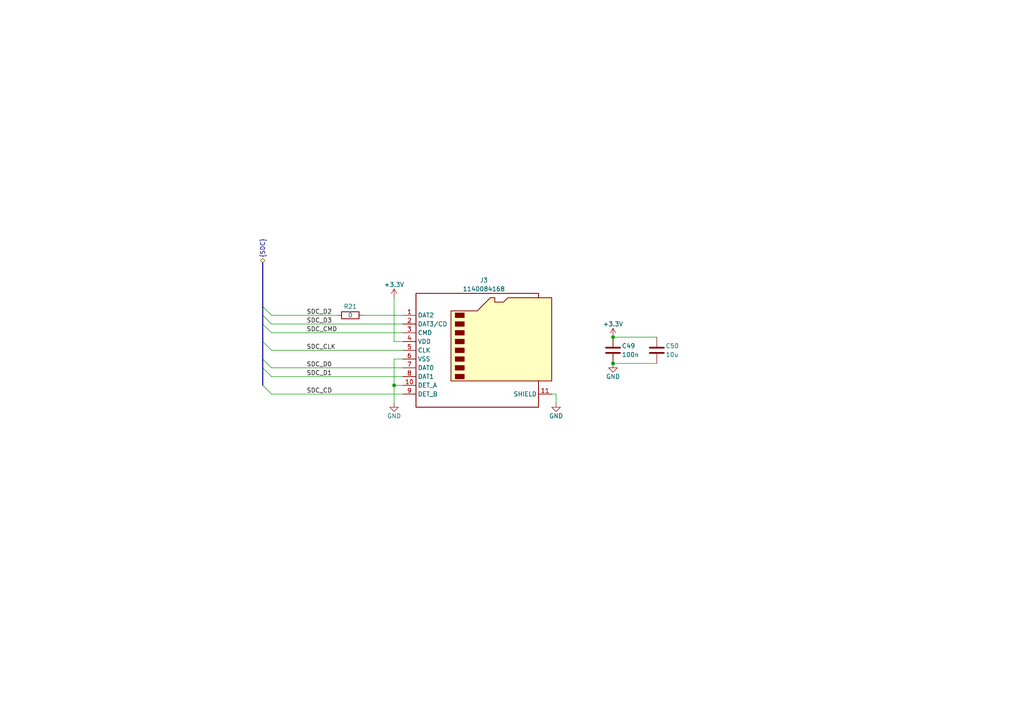
<source format=kicad_sch>
(kicad_sch (version 20230121) (generator eeschema)
  (paper "A4")
  (title_block (title "Heterogeneous radar, RGB, and ToF sensor board") (date "2023-04-25") (rev "1.3") (company "Center for Project-Based Learning") (comment 1 "Zoltán Marcsek"))
  (lib_symbols
    (symbol "Connector:Micro_SD_Card_Det2"
      (property "Reference" "J" (at -16.51 17.78 0))
      (property "Value" "Micro_SD_Card_Det2" (at 16.51 17.78 0))
      (symbol "Micro_SD_Card_Det2_0_1"
        (rectangle (start -7.62 -6.985) (end -5.08 -8.255) (stroke (width 0.254)) (fill (type outline)))
        (rectangle (start -7.62 -4.445) (end -5.08 -5.715) (stroke (width 0.254)) (fill (type outline)))
        (rectangle (start -7.62 -1.905) (end -5.08 -3.175) (stroke (width 0.254)) (fill (type outline)))
        (rectangle (start -7.62 0.635) (end -5.08 -0.635) (stroke (width 0.254)) (fill (type outline)))
        (rectangle (start -7.62 3.175) (end -5.08 1.905) (stroke (width 0.254)) (fill (type outline)))
        (rectangle (start -7.62 5.715) (end -5.08 4.445) (stroke (width 0.254)) (fill (type outline)))
        (rectangle (start -7.62 8.255) (end -5.08 6.985) (stroke (width 0.254)) (fill (type outline)))
        (rectangle (start -7.62 10.795) (end -5.08 9.525) (stroke (width 0.254)) (fill (type outline)))
        (polyline (pts (xy 16.51 15.24) (xy 16.51 16.51) (xy -19.05 16.51) (xy -19.05 -16.51) (xy 16.51 -16.51) (xy 16.51 -8.89)) (stroke (width 0.254)))
        (polyline (pts (xy -8.89 -8.89) (xy -8.89 11.43) (xy -1.27 11.43) (xy 2.54 15.24) (xy 3.81 15.24) (xy 3.81 13.97) (xy 6.35 13.97) (xy 7.62 15.24) (xy 20.32 15.24) (xy 20.32 -8.89) (xy -8.89 -8.89)) (stroke (width 0.254)) (fill (type background)))
      )
      (symbol "Micro_SD_Card_Det2_1_1"
        (pin bidirectional line (at -22.86 10.16 0) (length 3.81) (name "DAT2") (number "1"))
        (pin passive line (at -22.86 -10.16 0) (length 3.81) (name "DET_A") (number "10"))
        (pin passive line (at 20.32 -12.7 180) (length 3.81) (name "SHIELD") (number "11"))
        (pin bidirectional line (at -22.86 7.62 0) (length 3.81) (name "DAT3/CD") (number "2"))
        (pin input line (at -22.86 5.08 0) (length 3.81) (name "CMD") (number "3"))
        (pin power_in line (at -22.86 2.54 0) (length 3.81) (name "VDD") (number "4"))
        (pin input line (at -22.86 0 0) (length 3.81) (name "CLK") (number "5"))
        (pin power_in line (at -22.86 -2.54 0) (length 3.81) (name "VSS") (number "6"))
        (pin bidirectional line (at -22.86 -5.08 0) (length 3.81) (name "DAT0") (number "7"))
        (pin bidirectional line (at -22.86 -7.62 0) (length 3.81) (name "DAT1") (number "8"))
        (pin passive line (at -22.86 -12.7 0) (length 3.81) (name "DET_B") (number "9"))
      )
    )
    (symbol "Device:C" (pin_numbers hide) (pin_names (offset 0.254))
      (property "Reference" "C" (at 0.635 2.54 0))
      (property "Value" "C" (at 0.635 -2.54 0))
      (symbol "C_0_1"
        (polyline (pts (xy -2.032 -0.762) (xy 2.032 -0.762)) (stroke (width 0.508)))
        (polyline (pts (xy -2.032 0.762) (xy 2.032 0.762)) (stroke (width 0.508)))
      )
      (symbol "C_1_1"
        (pin passive line (at 0 3.81 270) (length 2.794) (name "~") (number "1"))
        (pin passive line (at 0 -3.81 90) (length 2.794) (name "~") (number "2"))
      )
    )
    (symbol "Device:R" (pin_numbers hide) (pin_names (offset 0))
      (property "Reference" "R" (at 2.032 0 90))
      (property "Value" "R" (at 0 0 90))
      (symbol "R_0_1"
        (rectangle (start -1.016 -2.54) (end 1.016 2.54) (stroke (width 0.254)))
      )
      (symbol "R_1_1"
        (pin passive line (at 0 3.81 270) (length 1.27) (name "~") (number "1"))
        (pin passive line (at 0 -3.81 90) (length 1.27) (name "~") (number "2"))
      )
    )
    (symbol "power:+3.3V" (power) (pin_names (offset 0))
      (property "Value" "+3.3V" (at 0 3.556 0))
      (symbol "+3.3V_0_1"
        (polyline (pts (xy -0.762 1.27) (xy 0 2.54)))
        (polyline (pts (xy 0 0) (xy 0 2.54)))
        (polyline (pts (xy 0 2.54) (xy 0.762 1.27)))
      )
      (symbol "+3.3V_1_1"
        (pin power_in line (at 0 0 90) (length 0) hide (name "+3.3V") (number "1"))
      )
    )
    (symbol "power:GND" (power) (pin_names (offset 0))
      (property "Value" "GND" (at 0 -3.81 0))
      (symbol "GND_0_1"
        (polyline (pts (xy 0 0) (xy 0 -1.27) (xy 1.27 -1.27) (xy 0 -2.54) (xy -1.27 -1.27) (xy 0 -1.27)))
      )
      (symbol "GND_1_1"
        (pin power_in line (at 0 0 270) (length 0) hide (name "GND") (number "1"))
      )
    )
  )
  (junction (at 114.3 111.76))
  (junction (at 177.8 105.41))
  (junction (at 177.8 97.79))
  (bus_entry (at 76.2 91.44) (size 2.54 2.54))
  (bus_entry (at 76.2 99.06) (size 2.54 2.54))
  (bus_entry (at 76.2 104.14) (size 2.54 2.54))
  (bus_entry (at 76.2 111.76) (size 2.54 2.54))
  (bus_entry (at 76.2 93.98) (size 2.54 2.54))
  (bus_entry (at 76.2 88.9) (size 2.54 2.54))
  (bus_entry (at 76.2 106.68) (size 2.54 2.54))
  (wire (pts (xy 78.74 93.98) (xy 116.84 93.98)))
  (bus (pts (xy 76.2 91.44) (xy 76.2 93.98)))
  (bus (pts (xy 76.2 106.68) (xy 76.2 111.76)))
  (wire (pts (xy 114.3 104.14) (xy 116.84 104.14)))
  (bus (pts (xy 76.2 88.9) (xy 76.2 91.44)))
  (bus (pts (xy 76.2 104.14) (xy 76.2 106.68)))
  (wire (pts (xy 78.74 106.68) (xy 116.84 106.68)))
  (wire (pts (xy 114.3 86.36) (xy 114.3 99.06)))
  (bus (pts (xy 76.2 93.98) (xy 76.2 99.06)))
  (wire (pts (xy 105.41 91.44) (xy 116.84 91.44)))
  (wire (pts (xy 78.74 109.22) (xy 116.84 109.22)))
  (wire (pts (xy 114.3 99.06) (xy 116.84 99.06)))
  (wire (pts (xy 161.29 114.3) (xy 160.02 114.3)))
  (wire (pts (xy 78.74 96.52) (xy 116.84 96.52)))
  (wire (pts (xy 78.74 91.44) (xy 97.79 91.44)))
  (wire (pts (xy 114.3 111.76) (xy 114.3 116.84)))
  (wire (pts (xy 78.74 101.6) (xy 116.84 101.6)))
  (bus (pts (xy 76.2 99.06) (xy 76.2 104.14)))
  (wire (pts (xy 114.3 111.76) (xy 116.84 111.76)))
  (wire (pts (xy 177.8 97.79) (xy 190.5 97.79)))
  (bus (pts (xy 76.2 76.2) (xy 76.2 88.9)))
  (wire (pts (xy 78.74 114.3) (xy 116.84 114.3)))
  (wire (pts (xy 114.3 104.14) (xy 114.3 111.76)))
  (wire (pts (xy 161.29 116.84) (xy 161.29 114.3)))
  (wire (pts (xy 177.8 105.41) (xy 190.5 105.41)))
  (label "SDC_CLK" (at 88.9 101.6 0))
  (label "SDC_CMD" (at 88.9 96.52 0))
  (label "SDC_D2" (at 88.9 91.44 0))
  (label "SDC_D1" (at 88.9 109.22 0))
  (label "SDC_D0" (at 88.9 106.68 0))
  (label "SDC_D3" (at 88.9 93.98 0))
  (label "SDC_CD" (at 88.9 114.3 0))
  (hierarchical_label "{SDC}" (shape bidirectional) (at 76.2 76.2 90))
  (symbol (lib_id "power:+3.3V") (at 114.3 86.36 0) (unit 1)
    (property "Reference" "#PWR0114" (effects hide))
    (property "Value" "+3.3V" (at 114.3 82.55 0))
  )
  (symbol (lib_id "power:GND") (at 161.29 116.84 0) (unit 1)
    (property "Reference" "#PWR0118" (effects hide))
    (property "Value" "GND" (at 161.29 120.65 0))
  )
  (symbol (lib_id "Device:C") (at 190.5 101.6 0) (unit 1)
    (property "Reference" "C50" (at 193.04 100.33 0) (effects (justify left)))
    (property "Value" "10u" (at 193.04 102.87 0) (effects (justify left)))
    (property "Footprint" "Capacitor_SMD:C_0603_1608Metric" (effects hide))
  )
  (symbol (lib_id "power:GND") (at 114.3 116.84 0) (unit 1)
    (property "Reference" "#PWR0117" (effects hide))
    (property "Value" "GND" (at 114.3 120.65 0))
  )
  (symbol (lib_id "Device:R") (at 101.6 91.44 90) (unit 1)
    (property "Reference" "R21" (at 101.6 88.9 90))
    (property "Value" "0" (at 101.6 91.44 90))
    (property "Footprint" "Resistor_SMD:R_0603_1608Metric" (effects hide))
  )
  (symbol (lib_id "power:GND") (at 177.8 105.41 0) (unit 1)
    (property "Reference" "#PWR0116" (effects hide))
    (property "Value" "GND" (at 177.8 109.22 0))
  )
  (symbol (lib_id "Device:C") (at 177.8 101.6 0) (unit 1)
    (property "Reference" "C49" (at 180.34 100.33 0) (effects (justify left)))
    (property "Value" "100n" (at 180.34 102.87 0) (effects (justify left)))
    (property "Footprint" "Capacitor_SMD:C_0603_1608Metric" (effects hide))
  )
  (symbol (lib_id "power:+3.3V") (at 177.8 97.79 0) (unit 1)
    (property "Reference" "#PWR0115" (effects hide))
    (property "Value" "+3.3V" (at 177.8 93.98 0))
  )
  (symbol (lib_id "Connector:Micro_SD_Card_Det2") (at 139.7 101.6 0) (unit 1)
    (property "Reference" "J3" (at 140.335 81.28 0))
    (property "Value" "1140084168" (at 140.335 83.82 0))
    (property "Footprint" "1140084168:AMPHENOL_1140084168" (effects hide))
    (property "Datasheet" "https://cdn.amphenol-cs.com/media/wysiwyg/files/drawing/11400841.pdf" (effects hide))
  )
)
</source>
